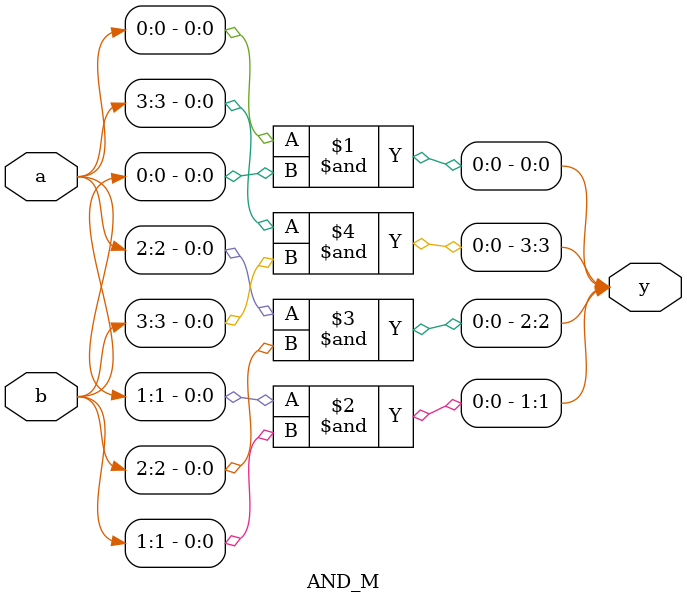
<source format=sv>
module AND_M #(
  parameter N = 4 
)
(
  input [N-1:0] a,
  input [N-1:0] b,
  output [N-1:0] y
);

  genvar i;
  
  generate 
    for(i=0; i<N; i=i+1) begin : and_op
      and and_gate(y[i], a[i], b[i]);
    end
  endgenerate
  
endmodule
</source>
